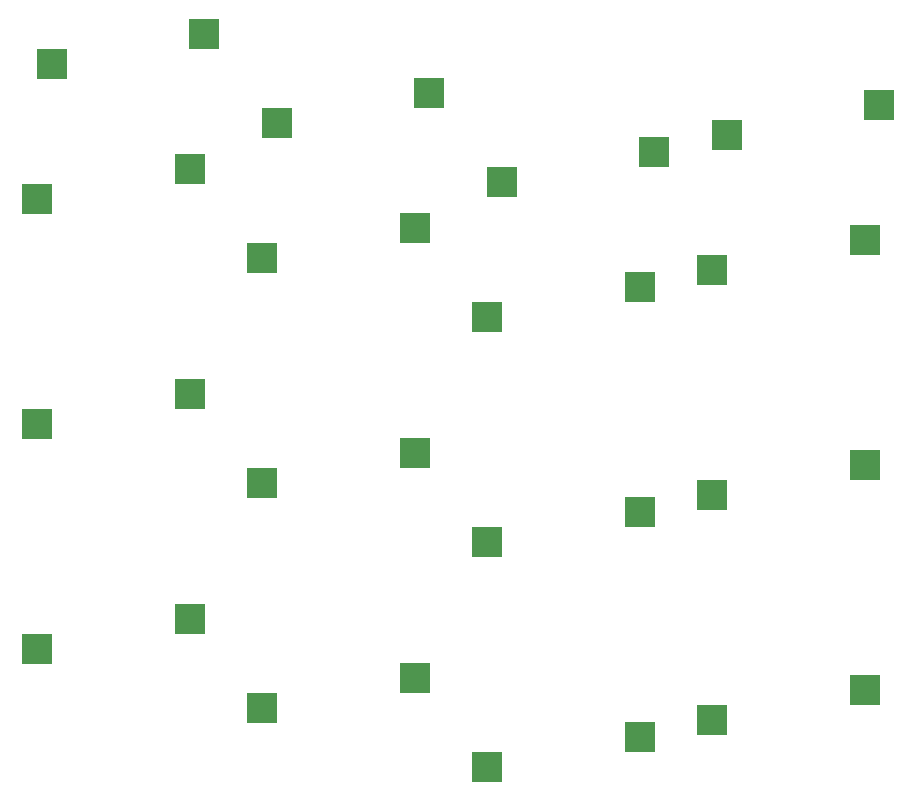
<source format=gbr>
G04 #@! TF.GenerationSoftware,KiCad,Pcbnew,(5.1.4)-1*
G04 #@! TF.CreationDate,2023-02-10T21:15:05-05:00*
G04 #@! TF.ProjectId,ThumbsUp,5468756d-6273-4557-902e-6b696361645f,rev?*
G04 #@! TF.SameCoordinates,Original*
G04 #@! TF.FileFunction,Paste,Bot*
G04 #@! TF.FilePolarity,Positive*
%FSLAX46Y46*%
G04 Gerber Fmt 4.6, Leading zero omitted, Abs format (unit mm)*
G04 Created by KiCad (PCBNEW (5.1.4)-1) date 2023-02-10 21:15:05*
%MOMM*%
%LPD*%
G04 APERTURE LIST*
%ADD10R,2.550000X2.500000*%
G04 APERTURE END LIST*
D10*
X205497025Y-502340000D03*
X192570025Y-504880000D03*
X224547025Y-507340000D03*
X211620025Y-509880000D03*
X262647025Y-508340000D03*
X249720025Y-510880000D03*
X243597025Y-512340000D03*
X230670025Y-514880000D03*
X191327025Y-554420322D03*
X204254025Y-551880322D03*
X191327025Y-535370323D03*
X204254025Y-532830323D03*
X191327025Y-516320322D03*
X204254025Y-513780322D03*
X229427026Y-545370322D03*
X242354026Y-542830322D03*
X210377025Y-559420322D03*
X223304025Y-556880322D03*
X229427025Y-526320322D03*
X242354025Y-523780322D03*
X248477024Y-541370322D03*
X261404024Y-538830322D03*
X210377025Y-540370322D03*
X223304025Y-537830322D03*
X210377025Y-521320323D03*
X223304025Y-518780323D03*
X229427025Y-564420323D03*
X242354025Y-561880323D03*
X248477025Y-560420322D03*
X261404025Y-557880322D03*
X248477025Y-522320322D03*
X261404025Y-519780322D03*
M02*

</source>
